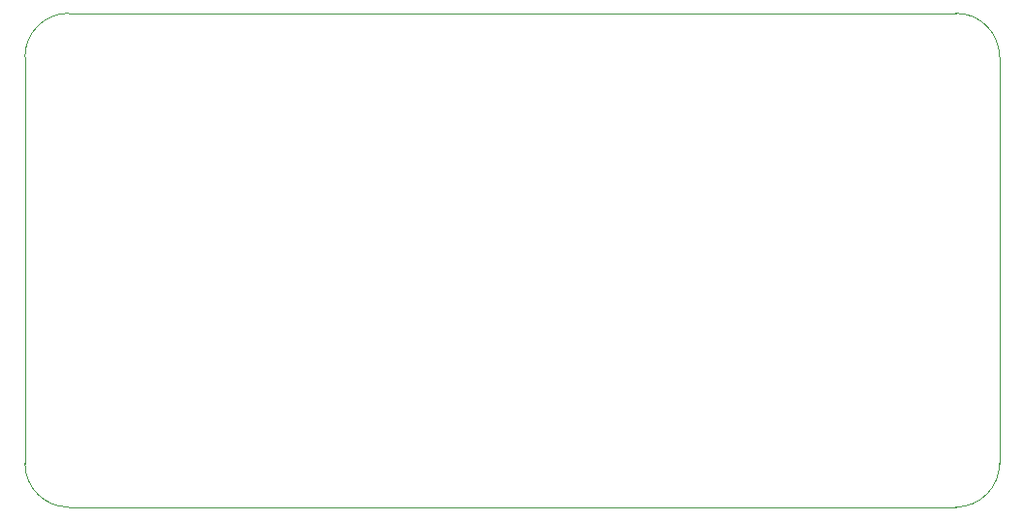
<source format=gbr>
G04 #@! TF.GenerationSoftware,KiCad,Pcbnew,(5.1.5)-3*
G04 #@! TF.CreationDate,2019-12-24T23:01:53+08:00*
G04 #@! TF.ProjectId,voice_ctrl_flow_ledled,766f6963-655f-4637-9472-6c5f666c6f77,rev?*
G04 #@! TF.SameCoordinates,Original*
G04 #@! TF.FileFunction,Profile,NP*
%FSLAX46Y46*%
G04 Gerber Fmt 4.6, Leading zero omitted, Abs format (unit mm)*
G04 Created by KiCad (PCBNEW (5.1.5)-3) date 2019-12-24 23:01:53*
%MOMM*%
%LPD*%
G04 APERTURE LIST*
%ADD10C,0.050000*%
%ADD11C,0.100000*%
G04 APERTURE END LIST*
D10*
X123190000Y-102870000D02*
G75*
G02X119380000Y-99060000I0J3810000D01*
G01*
X204470000Y-99060000D02*
G75*
G02X200660000Y-102870000I-3810000J0D01*
G01*
X200660000Y-59690000D02*
G75*
G02X204470000Y-63500000I0J-3810000D01*
G01*
X119380000Y-63500000D02*
G75*
G02X123190000Y-59690000I3810000J0D01*
G01*
D11*
X204470000Y-63500000D02*
X204470000Y-99060000D01*
X123190000Y-59690000D02*
X200660000Y-59690000D01*
X119380000Y-99060000D02*
X119380000Y-63500000D01*
X200660000Y-102870000D02*
X123190000Y-102870000D01*
M02*

</source>
